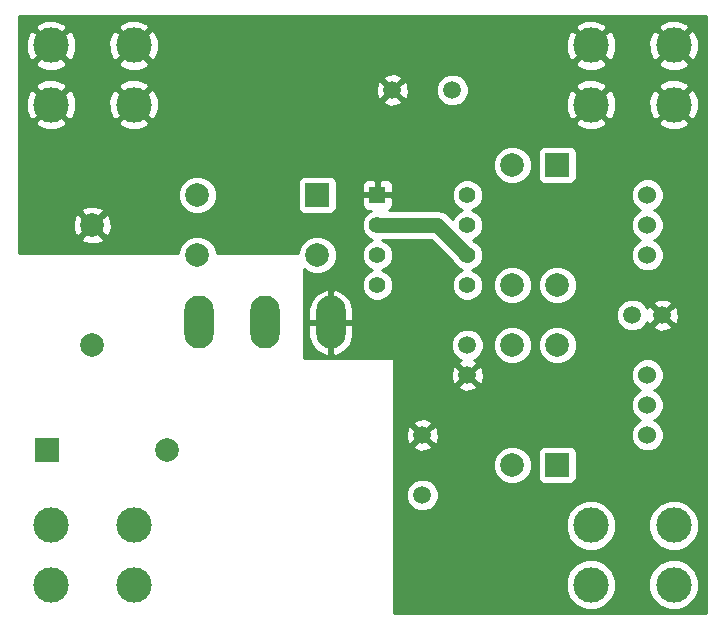
<source format=gbr>
G04 #@! TF.FileFunction,Copper,L2,Bot,Signal*
%FSLAX46Y46*%
G04 Gerber Fmt 4.6, Leading zero omitted, Abs format (unit mm)*
G04 Created by KiCad (PCBNEW 0.201502181246+5430~21~ubuntu14.04.1-product) date Sat 28 Feb 2015 06:36:47 PM PST*
%MOMM*%
G01*
G04 APERTURE LIST*
%ADD10C,0.100000*%
%ADD11C,1.501140*%
%ADD12C,1.998980*%
%ADD13R,1.998980X1.998980*%
%ADD14R,1.397000X1.397000*%
%ADD15C,1.397000*%
%ADD16C,3.000000*%
%ADD17C,1.524000*%
%ADD18O,2.499360X4.500880*%
%ADD19C,1.270000*%
%ADD20C,0.254000*%
G04 APERTURE END LIST*
D10*
D11*
X113030000Y-59690000D03*
X118110000Y-59690000D03*
X133350000Y-78740000D03*
X135890000Y-78740000D03*
X115570000Y-88900000D03*
X115570000Y-93980000D03*
X119380000Y-81280000D03*
X119380000Y-83820000D03*
D12*
X127000000Y-76200000D03*
D13*
X127000000Y-66040000D03*
D12*
X127000000Y-81280000D03*
D13*
X127000000Y-91440000D03*
D12*
X96520000Y-68580000D03*
D13*
X106680000Y-68580000D03*
D12*
X93980000Y-90170000D03*
D13*
X83820000Y-90170000D03*
D12*
X123190000Y-66040000D03*
X123190000Y-76200000D03*
X123190000Y-81280000D03*
X123190000Y-91440000D03*
X96520000Y-73660000D03*
X106680000Y-73660000D03*
D14*
X111760000Y-68580000D03*
D15*
X111760000Y-71120000D03*
X111760000Y-73660000D03*
X111760000Y-76200000D03*
X119380000Y-76200000D03*
X119380000Y-73660000D03*
X119380000Y-71120000D03*
X119380000Y-68580000D03*
D12*
X87630000Y-81280000D03*
X87630000Y-71120000D03*
D16*
X136855000Y-96560000D03*
X136855000Y-101560000D03*
X129845000Y-101560000D03*
X129845000Y-96560000D03*
X136855000Y-55920000D03*
X136855000Y-60920000D03*
X129845000Y-60920000D03*
X129845000Y-55920000D03*
X91135000Y-96560000D03*
X91135000Y-101560000D03*
X84125000Y-101560000D03*
X84125000Y-96560000D03*
X91135000Y-55920000D03*
X91135000Y-60920000D03*
X84125000Y-60920000D03*
X84125000Y-55920000D03*
D17*
X134620000Y-73660000D03*
X134620000Y-71120000D03*
X134620000Y-68580000D03*
X134620000Y-88900000D03*
X134620000Y-86360000D03*
X134620000Y-83820000D03*
D18*
X102235000Y-79375000D03*
X96647000Y-79375000D03*
X107823000Y-79375000D03*
D19*
X116840000Y-71120000D02*
X119380000Y-73660000D01*
X111760000Y-71120000D02*
X116840000Y-71120000D01*
D20*
G36*
X139573000Y-104013000D02*
X138997723Y-104013000D01*
X138997723Y-61303813D01*
X138997723Y-56303813D01*
X138981497Y-55454613D01*
X138687739Y-54745418D01*
X138368970Y-54585635D01*
X138189365Y-54765240D01*
X138189365Y-54406030D01*
X138029582Y-54087261D01*
X137238813Y-53777277D01*
X136389613Y-53793503D01*
X135680418Y-54087261D01*
X135520635Y-54406030D01*
X136855000Y-55740395D01*
X138189365Y-54406030D01*
X138189365Y-54765240D01*
X137034605Y-55920000D01*
X138368970Y-57254365D01*
X138687739Y-57094582D01*
X138997723Y-56303813D01*
X138997723Y-61303813D01*
X138981497Y-60454613D01*
X138687739Y-59745418D01*
X138368970Y-59585635D01*
X138189365Y-59765240D01*
X138189365Y-59406030D01*
X138189365Y-57433970D01*
X136855000Y-56099605D01*
X136675395Y-56279210D01*
X136675395Y-55920000D01*
X135341030Y-54585635D01*
X135022261Y-54745418D01*
X134712277Y-55536187D01*
X134728503Y-56385387D01*
X135022261Y-57094582D01*
X135341030Y-57254365D01*
X136675395Y-55920000D01*
X136675395Y-56279210D01*
X135520635Y-57433970D01*
X135680418Y-57752739D01*
X136471187Y-58062723D01*
X137320387Y-58046497D01*
X138029582Y-57752739D01*
X138189365Y-57433970D01*
X138189365Y-59406030D01*
X138029582Y-59087261D01*
X137238813Y-58777277D01*
X136389613Y-58793503D01*
X135680418Y-59087261D01*
X135520635Y-59406030D01*
X136855000Y-60740395D01*
X138189365Y-59406030D01*
X138189365Y-59765240D01*
X137034605Y-60920000D01*
X138368970Y-62254365D01*
X138687739Y-62094582D01*
X138997723Y-61303813D01*
X138997723Y-104013000D01*
X138990370Y-104013000D01*
X138990370Y-101137185D01*
X138990370Y-96137185D01*
X138666020Y-95352200D01*
X138189365Y-94874712D01*
X138189365Y-62433970D01*
X136855000Y-61099605D01*
X136675395Y-61279210D01*
X136675395Y-60920000D01*
X135341030Y-59585635D01*
X135022261Y-59745418D01*
X134712277Y-60536187D01*
X134728503Y-61385387D01*
X135022261Y-62094582D01*
X135341030Y-62254365D01*
X136675395Y-60920000D01*
X136675395Y-61279210D01*
X135520635Y-62433970D01*
X135680418Y-62752739D01*
X136471187Y-63062723D01*
X137320387Y-63046497D01*
X138029582Y-62752739D01*
X138189365Y-62433970D01*
X138189365Y-94874712D01*
X138065959Y-94751091D01*
X137287767Y-94427957D01*
X137287767Y-78944966D01*
X137259805Y-78394462D01*
X137102931Y-78015735D01*
X136861930Y-77947675D01*
X136682325Y-78127280D01*
X136682325Y-77768070D01*
X136614265Y-77527069D01*
X136094966Y-77342233D01*
X136017242Y-77346180D01*
X136017242Y-73383339D01*
X135805010Y-72869697D01*
X135412370Y-72476371D01*
X135204487Y-72390050D01*
X135410303Y-72305010D01*
X135803629Y-71912370D01*
X136016757Y-71399100D01*
X136017242Y-70843339D01*
X135805010Y-70329697D01*
X135412370Y-69936371D01*
X135204487Y-69850050D01*
X135410303Y-69765010D01*
X135803629Y-69372370D01*
X136016757Y-68859100D01*
X136017242Y-68303339D01*
X135805010Y-67789697D01*
X135412370Y-67396371D01*
X134899100Y-67183243D01*
X134343339Y-67182758D01*
X133829697Y-67394990D01*
X133436371Y-67787630D01*
X133223243Y-68300900D01*
X133222758Y-68856661D01*
X133434990Y-69370303D01*
X133827630Y-69763629D01*
X134035512Y-69849949D01*
X133829697Y-69934990D01*
X133436371Y-70327630D01*
X133223243Y-70840900D01*
X133222758Y-71396661D01*
X133434990Y-71910303D01*
X133827630Y-72303629D01*
X134035512Y-72389949D01*
X133829697Y-72474990D01*
X133436371Y-72867630D01*
X133223243Y-73380900D01*
X133222758Y-73936661D01*
X133434990Y-74450303D01*
X133827630Y-74843629D01*
X134340900Y-75056757D01*
X134896661Y-75057242D01*
X135410303Y-74845010D01*
X135803629Y-74452370D01*
X136016757Y-73939100D01*
X136017242Y-73383339D01*
X136017242Y-77346180D01*
X135544462Y-77370195D01*
X135165735Y-77527069D01*
X135097675Y-77768070D01*
X135890000Y-78560395D01*
X136682325Y-77768070D01*
X136682325Y-78127280D01*
X136069605Y-78740000D01*
X136861930Y-79532325D01*
X137102931Y-79464265D01*
X137287767Y-78944966D01*
X137287767Y-94427957D01*
X137281541Y-94425372D01*
X136682325Y-94424848D01*
X136682325Y-79711930D01*
X135890000Y-78919605D01*
X135710395Y-79099210D01*
X135710395Y-78740000D01*
X134918070Y-77947675D01*
X134677069Y-78015735D01*
X134618231Y-78181040D01*
X134525314Y-77956163D01*
X134135887Y-77566056D01*
X133626816Y-77354671D01*
X133075602Y-77354190D01*
X132566163Y-77564686D01*
X132176056Y-77954113D01*
X131987723Y-78407668D01*
X131987723Y-61303813D01*
X131987723Y-56303813D01*
X131971497Y-55454613D01*
X131677739Y-54745418D01*
X131358970Y-54585635D01*
X131179365Y-54765240D01*
X131179365Y-54406030D01*
X131019582Y-54087261D01*
X130228813Y-53777277D01*
X129379613Y-53793503D01*
X128670418Y-54087261D01*
X128510635Y-54406030D01*
X129845000Y-55740395D01*
X131179365Y-54406030D01*
X131179365Y-54765240D01*
X130024605Y-55920000D01*
X131358970Y-57254365D01*
X131677739Y-57094582D01*
X131987723Y-56303813D01*
X131987723Y-61303813D01*
X131971497Y-60454613D01*
X131677739Y-59745418D01*
X131358970Y-59585635D01*
X131179365Y-59765240D01*
X131179365Y-59406030D01*
X131179365Y-57433970D01*
X129845000Y-56099605D01*
X129665395Y-56279210D01*
X129665395Y-55920000D01*
X128331030Y-54585635D01*
X128012261Y-54745418D01*
X127702277Y-55536187D01*
X127718503Y-56385387D01*
X128012261Y-57094582D01*
X128331030Y-57254365D01*
X129665395Y-55920000D01*
X129665395Y-56279210D01*
X128510635Y-57433970D01*
X128670418Y-57752739D01*
X129461187Y-58062723D01*
X130310387Y-58046497D01*
X131019582Y-57752739D01*
X131179365Y-57433970D01*
X131179365Y-59406030D01*
X131019582Y-59087261D01*
X130228813Y-58777277D01*
X129379613Y-58793503D01*
X128670418Y-59087261D01*
X128510635Y-59406030D01*
X129845000Y-60740395D01*
X131179365Y-59406030D01*
X131179365Y-59765240D01*
X130024605Y-60920000D01*
X131358970Y-62254365D01*
X131677739Y-62094582D01*
X131987723Y-61303813D01*
X131987723Y-78407668D01*
X131964671Y-78463184D01*
X131964190Y-79014398D01*
X132174686Y-79523837D01*
X132564113Y-79913944D01*
X133073184Y-80125329D01*
X133624398Y-80125810D01*
X134133837Y-79915314D01*
X134523944Y-79525887D01*
X134613378Y-79310503D01*
X134677069Y-79464265D01*
X134918070Y-79532325D01*
X135710395Y-78740000D01*
X135710395Y-79099210D01*
X135097675Y-79711930D01*
X135165735Y-79952931D01*
X135685034Y-80137767D01*
X136235538Y-80109805D01*
X136614265Y-79952931D01*
X136682325Y-79711930D01*
X136682325Y-94424848D01*
X136432185Y-94424630D01*
X136017242Y-94596081D01*
X136017242Y-88623339D01*
X135805010Y-88109697D01*
X135412370Y-87716371D01*
X135204487Y-87630050D01*
X135410303Y-87545010D01*
X135803629Y-87152370D01*
X136016757Y-86639100D01*
X136017242Y-86083339D01*
X135805010Y-85569697D01*
X135412370Y-85176371D01*
X135204487Y-85090050D01*
X135410303Y-85005010D01*
X135803629Y-84612370D01*
X136016757Y-84099100D01*
X136017242Y-83543339D01*
X135805010Y-83029697D01*
X135412370Y-82636371D01*
X134899100Y-82423243D01*
X134343339Y-82422758D01*
X133829697Y-82634990D01*
X133436371Y-83027630D01*
X133223243Y-83540900D01*
X133222758Y-84096661D01*
X133434990Y-84610303D01*
X133827630Y-85003629D01*
X134035512Y-85089949D01*
X133829697Y-85174990D01*
X133436371Y-85567630D01*
X133223243Y-86080900D01*
X133222758Y-86636661D01*
X133434990Y-87150303D01*
X133827630Y-87543629D01*
X134035512Y-87629949D01*
X133829697Y-87714990D01*
X133436371Y-88107630D01*
X133223243Y-88620900D01*
X133222758Y-89176661D01*
X133434990Y-89690303D01*
X133827630Y-90083629D01*
X134340900Y-90296757D01*
X134896661Y-90297242D01*
X135410303Y-90085010D01*
X135803629Y-89692370D01*
X136016757Y-89179100D01*
X136017242Y-88623339D01*
X136017242Y-94596081D01*
X135647200Y-94748980D01*
X135046091Y-95349041D01*
X134720372Y-96133459D01*
X134719630Y-96982815D01*
X135043980Y-97767800D01*
X135644041Y-98368909D01*
X136428459Y-98694628D01*
X137277815Y-98695370D01*
X138062800Y-98371020D01*
X138663909Y-97770959D01*
X138989628Y-96986541D01*
X138990370Y-96137185D01*
X138990370Y-101137185D01*
X138666020Y-100352200D01*
X138065959Y-99751091D01*
X137281541Y-99425372D01*
X136432185Y-99424630D01*
X135647200Y-99748980D01*
X135046091Y-100349041D01*
X134720372Y-101133459D01*
X134719630Y-101982815D01*
X135043980Y-102767800D01*
X135644041Y-103368909D01*
X136428459Y-103694628D01*
X137277815Y-103695370D01*
X138062800Y-103371020D01*
X138663909Y-102770959D01*
X138989628Y-101986541D01*
X138990370Y-101137185D01*
X138990370Y-104013000D01*
X131980370Y-104013000D01*
X131980370Y-101137185D01*
X131980370Y-96137185D01*
X131656020Y-95352200D01*
X131179365Y-94874712D01*
X131179365Y-62433970D01*
X129845000Y-61099605D01*
X129665395Y-61279210D01*
X129665395Y-60920000D01*
X128331030Y-59585635D01*
X128012261Y-59745418D01*
X127702277Y-60536187D01*
X127718503Y-61385387D01*
X128012261Y-62094582D01*
X128331030Y-62254365D01*
X129665395Y-60920000D01*
X129665395Y-61279210D01*
X128510635Y-62433970D01*
X128670418Y-62752739D01*
X129461187Y-63062723D01*
X130310387Y-63046497D01*
X131019582Y-62752739D01*
X131179365Y-62433970D01*
X131179365Y-94874712D01*
X131055959Y-94751091D01*
X130271541Y-94425372D01*
X129422185Y-94424630D01*
X128646930Y-94744959D01*
X128646930Y-92439490D01*
X128646930Y-90440510D01*
X128646930Y-67039490D01*
X128646930Y-65040510D01*
X128599953Y-64798387D01*
X128460163Y-64585583D01*
X128249130Y-64443133D01*
X127999490Y-64393070D01*
X126000510Y-64393070D01*
X125758387Y-64440047D01*
X125545583Y-64579837D01*
X125403133Y-64790870D01*
X125353070Y-65040510D01*
X125353070Y-67039490D01*
X125400047Y-67281613D01*
X125539837Y-67494417D01*
X125750870Y-67636867D01*
X126000510Y-67686930D01*
X127999490Y-67686930D01*
X128241613Y-67639953D01*
X128454417Y-67500163D01*
X128596867Y-67289130D01*
X128646930Y-67039490D01*
X128646930Y-90440510D01*
X128634774Y-90377857D01*
X128634774Y-80956306D01*
X128634774Y-75876306D01*
X128386462Y-75275345D01*
X127927073Y-74815154D01*
X127326547Y-74565794D01*
X126676306Y-74565226D01*
X126075345Y-74813538D01*
X125615154Y-75272927D01*
X125365794Y-75873453D01*
X125365226Y-76523694D01*
X125613538Y-77124655D01*
X126072927Y-77584846D01*
X126673453Y-77834206D01*
X127323694Y-77834774D01*
X127924655Y-77586462D01*
X128384846Y-77127073D01*
X128634206Y-76526547D01*
X128634774Y-75876306D01*
X128634774Y-80956306D01*
X128386462Y-80355345D01*
X127927073Y-79895154D01*
X127326547Y-79645794D01*
X126676306Y-79645226D01*
X126075345Y-79893538D01*
X125615154Y-80352927D01*
X125365794Y-80953453D01*
X125365226Y-81603694D01*
X125613538Y-82204655D01*
X126072927Y-82664846D01*
X126673453Y-82914206D01*
X127323694Y-82914774D01*
X127924655Y-82666462D01*
X128384846Y-82207073D01*
X128634206Y-81606547D01*
X128634774Y-80956306D01*
X128634774Y-90377857D01*
X128599953Y-90198387D01*
X128460163Y-89985583D01*
X128249130Y-89843133D01*
X127999490Y-89793070D01*
X126000510Y-89793070D01*
X125758387Y-89840047D01*
X125545583Y-89979837D01*
X125403133Y-90190870D01*
X125353070Y-90440510D01*
X125353070Y-92439490D01*
X125400047Y-92681613D01*
X125539837Y-92894417D01*
X125750870Y-93036867D01*
X126000510Y-93086930D01*
X127999490Y-93086930D01*
X128241613Y-93039953D01*
X128454417Y-92900163D01*
X128596867Y-92689130D01*
X128646930Y-92439490D01*
X128646930Y-94744959D01*
X128637200Y-94748980D01*
X128036091Y-95349041D01*
X127710372Y-96133459D01*
X127709630Y-96982815D01*
X128033980Y-97767800D01*
X128634041Y-98368909D01*
X129418459Y-98694628D01*
X130267815Y-98695370D01*
X131052800Y-98371020D01*
X131653909Y-97770959D01*
X131979628Y-96986541D01*
X131980370Y-96137185D01*
X131980370Y-101137185D01*
X131656020Y-100352200D01*
X131055959Y-99751091D01*
X130271541Y-99425372D01*
X129422185Y-99424630D01*
X128637200Y-99748980D01*
X128036091Y-100349041D01*
X127710372Y-101133459D01*
X127709630Y-101982815D01*
X128033980Y-102767800D01*
X128634041Y-103368909D01*
X129418459Y-103694628D01*
X130267815Y-103695370D01*
X131052800Y-103371020D01*
X131653909Y-102770959D01*
X131979628Y-101986541D01*
X131980370Y-101137185D01*
X131980370Y-104013000D01*
X124824774Y-104013000D01*
X124824774Y-91116306D01*
X124824774Y-80956306D01*
X124824774Y-75876306D01*
X124824774Y-65716306D01*
X124576462Y-65115345D01*
X124117073Y-64655154D01*
X123516547Y-64405794D01*
X122866306Y-64405226D01*
X122265345Y-64653538D01*
X121805154Y-65112927D01*
X121555794Y-65713453D01*
X121555226Y-66363694D01*
X121803538Y-66964655D01*
X122262927Y-67424846D01*
X122863453Y-67674206D01*
X123513694Y-67674774D01*
X124114655Y-67426462D01*
X124574846Y-66967073D01*
X124824206Y-66366547D01*
X124824774Y-65716306D01*
X124824774Y-75876306D01*
X124576462Y-75275345D01*
X124117073Y-74815154D01*
X123516547Y-74565794D01*
X122866306Y-74565226D01*
X122265345Y-74813538D01*
X121805154Y-75272927D01*
X121555794Y-75873453D01*
X121555226Y-76523694D01*
X121803538Y-77124655D01*
X122262927Y-77584846D01*
X122863453Y-77834206D01*
X123513694Y-77834774D01*
X124114655Y-77586462D01*
X124574846Y-77127073D01*
X124824206Y-76526547D01*
X124824774Y-75876306D01*
X124824774Y-80956306D01*
X124576462Y-80355345D01*
X124117073Y-79895154D01*
X123516547Y-79645794D01*
X122866306Y-79645226D01*
X122265345Y-79893538D01*
X121805154Y-80352927D01*
X121555794Y-80953453D01*
X121555226Y-81603694D01*
X121803538Y-82204655D01*
X122262927Y-82664846D01*
X122863453Y-82914206D01*
X123513694Y-82914774D01*
X124114655Y-82666462D01*
X124574846Y-82207073D01*
X124824206Y-81606547D01*
X124824774Y-80956306D01*
X124824774Y-91116306D01*
X124576462Y-90515345D01*
X124117073Y-90055154D01*
X123516547Y-89805794D01*
X122866306Y-89805226D01*
X122265345Y-90053538D01*
X121805154Y-90512927D01*
X121555794Y-91113453D01*
X121555226Y-91763694D01*
X121803538Y-92364655D01*
X122262927Y-92824846D01*
X122863453Y-93074206D01*
X123513694Y-93074774D01*
X124114655Y-92826462D01*
X124574846Y-92367073D01*
X124824206Y-91766547D01*
X124824774Y-91116306D01*
X124824774Y-104013000D01*
X120777767Y-104013000D01*
X120777767Y-84024966D01*
X120765810Y-83789561D01*
X120765810Y-81005602D01*
X120713731Y-80879561D01*
X120713731Y-75935914D01*
X120511146Y-75445620D01*
X120136353Y-75070173D01*
X119798553Y-74929906D01*
X120134380Y-74791146D01*
X120509827Y-74416353D01*
X120713268Y-73926413D01*
X120713731Y-73395914D01*
X120511146Y-72905620D01*
X120136353Y-72530173D01*
X119982224Y-72466173D01*
X119874554Y-72358503D01*
X120134380Y-72251146D01*
X120509827Y-71876353D01*
X120713268Y-71386413D01*
X120713731Y-70855914D01*
X120511146Y-70365620D01*
X120136353Y-69990173D01*
X119798553Y-69849906D01*
X120134380Y-69711146D01*
X120509827Y-69336353D01*
X120713268Y-68846413D01*
X120713731Y-68315914D01*
X120511146Y-67825620D01*
X120136353Y-67450173D01*
X119646413Y-67246732D01*
X119495810Y-67246600D01*
X119495810Y-59415602D01*
X119285314Y-58906163D01*
X118895887Y-58516056D01*
X118386816Y-58304671D01*
X117835602Y-58304190D01*
X117326163Y-58514686D01*
X116936056Y-58904113D01*
X116724671Y-59413184D01*
X116724190Y-59964398D01*
X116934686Y-60473837D01*
X117324113Y-60863944D01*
X117833184Y-61075329D01*
X118384398Y-61075810D01*
X118893837Y-60865314D01*
X119283944Y-60475887D01*
X119495329Y-59966816D01*
X119495810Y-59415602D01*
X119495810Y-67246600D01*
X119115914Y-67246269D01*
X118625620Y-67448854D01*
X118250173Y-67823647D01*
X118046732Y-68313587D01*
X118046269Y-68844086D01*
X118248854Y-69334380D01*
X118623647Y-69709827D01*
X118961446Y-69850093D01*
X118625620Y-69988854D01*
X118250173Y-70363647D01*
X118141474Y-70625422D01*
X117738026Y-70221974D01*
X117326008Y-69946673D01*
X116840000Y-69849999D01*
X116839994Y-69850000D01*
X114427767Y-69850000D01*
X114427767Y-59894966D01*
X114399805Y-59344462D01*
X114242931Y-58965735D01*
X114001930Y-58897675D01*
X113822325Y-59077280D01*
X113822325Y-58718070D01*
X113754265Y-58477069D01*
X113234966Y-58292233D01*
X112684462Y-58320195D01*
X112305735Y-58477069D01*
X112237675Y-58718070D01*
X113030000Y-59510395D01*
X113822325Y-58718070D01*
X113822325Y-59077280D01*
X113209605Y-59690000D01*
X114001930Y-60482325D01*
X114242931Y-60414265D01*
X114427767Y-59894966D01*
X114427767Y-69850000D01*
X113822325Y-69850000D01*
X113822325Y-60661930D01*
X113030000Y-59869605D01*
X112850395Y-60049210D01*
X112850395Y-59690000D01*
X112058070Y-58897675D01*
X111817069Y-58965735D01*
X111632233Y-59485034D01*
X111660195Y-60035538D01*
X111817069Y-60414265D01*
X112058070Y-60482325D01*
X112850395Y-59690000D01*
X112850395Y-60049210D01*
X112237675Y-60661930D01*
X112305735Y-60902931D01*
X112825034Y-61087767D01*
X113375538Y-61059805D01*
X113754265Y-60902931D01*
X113822325Y-60661930D01*
X113822325Y-69850000D01*
X112738112Y-69850000D01*
X112818199Y-69816827D01*
X112996827Y-69638198D01*
X113093500Y-69404809D01*
X113093500Y-68865750D01*
X113093500Y-68294250D01*
X113093500Y-67755191D01*
X112996827Y-67521802D01*
X112818199Y-67343173D01*
X112584810Y-67246500D01*
X112332191Y-67246500D01*
X112045750Y-67246500D01*
X111887000Y-67405250D01*
X111887000Y-68453000D01*
X112934750Y-68453000D01*
X113093500Y-68294250D01*
X113093500Y-68865750D01*
X112934750Y-68707000D01*
X111887000Y-68707000D01*
X111887000Y-68727000D01*
X111633000Y-68727000D01*
X111633000Y-68707000D01*
X111633000Y-68453000D01*
X111633000Y-67405250D01*
X111474250Y-67246500D01*
X111187809Y-67246500D01*
X110935190Y-67246500D01*
X110701801Y-67343173D01*
X110523173Y-67521802D01*
X110426500Y-67755191D01*
X110426500Y-68294250D01*
X110585250Y-68453000D01*
X111633000Y-68453000D01*
X111633000Y-68707000D01*
X110585250Y-68707000D01*
X110426500Y-68865750D01*
X110426500Y-69404809D01*
X110523173Y-69638198D01*
X110701801Y-69816827D01*
X110935190Y-69913500D01*
X111187809Y-69913500D01*
X111187990Y-69913500D01*
X111005620Y-69988854D01*
X110630173Y-70363647D01*
X110426732Y-70853587D01*
X110426269Y-71384086D01*
X110628854Y-71874380D01*
X111003647Y-72249827D01*
X111341446Y-72390093D01*
X111005620Y-72528854D01*
X110630173Y-72903647D01*
X110426732Y-73393587D01*
X110426269Y-73924086D01*
X110628854Y-74414380D01*
X111003647Y-74789827D01*
X111341446Y-74930093D01*
X111005620Y-75068854D01*
X110630173Y-75443647D01*
X110426732Y-75933587D01*
X110426269Y-76464086D01*
X110628854Y-76954380D01*
X111003647Y-77329827D01*
X111493587Y-77533268D01*
X112024086Y-77533731D01*
X112514380Y-77331146D01*
X112889827Y-76956353D01*
X113093268Y-76466413D01*
X113093731Y-75935914D01*
X112891146Y-75445620D01*
X112516353Y-75070173D01*
X112178553Y-74929906D01*
X112514380Y-74791146D01*
X112889827Y-74416353D01*
X113093268Y-73926413D01*
X113093731Y-73395914D01*
X112891146Y-72905620D01*
X112516353Y-72530173D01*
X112178779Y-72390000D01*
X116313948Y-72390000D01*
X118185851Y-74261903D01*
X118248854Y-74414380D01*
X118623647Y-74789827D01*
X118961446Y-74930093D01*
X118625620Y-75068854D01*
X118250173Y-75443647D01*
X118046732Y-75933587D01*
X118046269Y-76464086D01*
X118248854Y-76954380D01*
X118623647Y-77329827D01*
X119113587Y-77533268D01*
X119644086Y-77533731D01*
X120134380Y-77331146D01*
X120509827Y-76956353D01*
X120713268Y-76466413D01*
X120713731Y-75935914D01*
X120713731Y-80879561D01*
X120555314Y-80496163D01*
X120165887Y-80106056D01*
X119656816Y-79894671D01*
X119105602Y-79894190D01*
X118596163Y-80104686D01*
X118206056Y-80494113D01*
X117994671Y-81003184D01*
X117994190Y-81554398D01*
X118204686Y-82063837D01*
X118594113Y-82453944D01*
X118809496Y-82543378D01*
X118655735Y-82607069D01*
X118587675Y-82848070D01*
X119380000Y-83640395D01*
X120172325Y-82848070D01*
X120104265Y-82607069D01*
X119938959Y-82548231D01*
X120163837Y-82455314D01*
X120553944Y-82065887D01*
X120765329Y-81556816D01*
X120765810Y-81005602D01*
X120765810Y-83789561D01*
X120749805Y-83474462D01*
X120592931Y-83095735D01*
X120351930Y-83027675D01*
X119559605Y-83820000D01*
X120351930Y-84612325D01*
X120592931Y-84544265D01*
X120777767Y-84024966D01*
X120777767Y-104013000D01*
X120172325Y-104013000D01*
X120172325Y-84791930D01*
X119380000Y-83999605D01*
X119200395Y-84179210D01*
X119200395Y-83820000D01*
X118408070Y-83027675D01*
X118167069Y-83095735D01*
X117982233Y-83615034D01*
X118010195Y-84165538D01*
X118167069Y-84544265D01*
X118408070Y-84612325D01*
X119200395Y-83820000D01*
X119200395Y-84179210D01*
X118587675Y-84791930D01*
X118655735Y-85032931D01*
X119175034Y-85217767D01*
X119725538Y-85189805D01*
X120104265Y-85032931D01*
X120172325Y-84791930D01*
X120172325Y-104013000D01*
X116967767Y-104013000D01*
X116967767Y-89104966D01*
X116939805Y-88554462D01*
X116782931Y-88175735D01*
X116541930Y-88107675D01*
X116362325Y-88287280D01*
X116362325Y-87928070D01*
X116294265Y-87687069D01*
X115774966Y-87502233D01*
X115224462Y-87530195D01*
X114845735Y-87687069D01*
X114777675Y-87928070D01*
X115570000Y-88720395D01*
X116362325Y-87928070D01*
X116362325Y-88287280D01*
X115749605Y-88900000D01*
X116541930Y-89692325D01*
X116782931Y-89624265D01*
X116967767Y-89104966D01*
X116967767Y-104013000D01*
X116955810Y-104013000D01*
X116955810Y-93705602D01*
X116745314Y-93196163D01*
X116362325Y-92812505D01*
X116362325Y-89871930D01*
X115570000Y-89079605D01*
X115390395Y-89259210D01*
X115390395Y-88900000D01*
X114598070Y-88107675D01*
X114357069Y-88175735D01*
X114172233Y-88695034D01*
X114200195Y-89245538D01*
X114357069Y-89624265D01*
X114598070Y-89692325D01*
X115390395Y-88900000D01*
X115390395Y-89259210D01*
X114777675Y-89871930D01*
X114845735Y-90112931D01*
X115365034Y-90297767D01*
X115915538Y-90269805D01*
X116294265Y-90112931D01*
X116362325Y-89871930D01*
X116362325Y-92812505D01*
X116355887Y-92806056D01*
X115846816Y-92594671D01*
X115295602Y-92594190D01*
X114786163Y-92804686D01*
X114396056Y-93194113D01*
X114184671Y-93703184D01*
X114184190Y-94254398D01*
X114394686Y-94763837D01*
X114784113Y-95153944D01*
X115293184Y-95365329D01*
X115844398Y-95365810D01*
X116353837Y-95155314D01*
X116743944Y-94765887D01*
X116955329Y-94256816D01*
X116955810Y-93705602D01*
X116955810Y-104013000D01*
X113157000Y-104013000D01*
X113157000Y-82423000D01*
X109707680Y-82423000D01*
X109707680Y-80502760D01*
X109707680Y-79502000D01*
X109707680Y-79248000D01*
X109707680Y-78247240D01*
X109515616Y-77535671D01*
X109065867Y-76951767D01*
X108426903Y-76584422D01*
X108326930Y-76558624D01*
X108326930Y-69579490D01*
X108326930Y-67580510D01*
X108279953Y-67338387D01*
X108140163Y-67125583D01*
X107929130Y-66983133D01*
X107679490Y-66933070D01*
X105680510Y-66933070D01*
X105438387Y-66980047D01*
X105225583Y-67119837D01*
X105083133Y-67330870D01*
X105033070Y-67580510D01*
X105033070Y-69579490D01*
X105080047Y-69821613D01*
X105219837Y-70034417D01*
X105430870Y-70176867D01*
X105680510Y-70226930D01*
X107679490Y-70226930D01*
X107921613Y-70179953D01*
X108134417Y-70040163D01*
X108276867Y-69829130D01*
X108326930Y-69579490D01*
X108326930Y-76558624D01*
X108242595Y-76536862D01*
X107950000Y-76652989D01*
X107950000Y-79248000D01*
X109707680Y-79248000D01*
X109707680Y-79502000D01*
X107950000Y-79502000D01*
X107950000Y-82097011D01*
X108242595Y-82213138D01*
X108426903Y-82165578D01*
X109065867Y-81798233D01*
X109515616Y-81214329D01*
X109707680Y-80502760D01*
X109707680Y-82423000D01*
X107696000Y-82423000D01*
X107696000Y-82097011D01*
X107696000Y-79502000D01*
X107696000Y-79248000D01*
X107696000Y-76652989D01*
X107403405Y-76536862D01*
X107219097Y-76584422D01*
X106580133Y-76951767D01*
X106130384Y-77535671D01*
X105938320Y-78247240D01*
X105938320Y-79248000D01*
X107696000Y-79248000D01*
X107696000Y-79502000D01*
X105938320Y-79502000D01*
X105938320Y-80502760D01*
X106130384Y-81214329D01*
X106580133Y-81798233D01*
X107219097Y-82165578D01*
X107403405Y-82213138D01*
X107696000Y-82097011D01*
X107696000Y-82423000D01*
X105537000Y-82423000D01*
X105537000Y-74828542D01*
X105752927Y-75044846D01*
X106353453Y-75294206D01*
X107003694Y-75294774D01*
X107604655Y-75046462D01*
X108064846Y-74587073D01*
X108314206Y-73986547D01*
X108314774Y-73336306D01*
X108066462Y-72735345D01*
X107607073Y-72275154D01*
X107006547Y-72025794D01*
X106356306Y-72025226D01*
X105755345Y-72273538D01*
X105295154Y-72732927D01*
X105045794Y-73333453D01*
X105045619Y-73533000D01*
X98154602Y-73533000D01*
X98154774Y-73336306D01*
X98154774Y-68256306D01*
X97906462Y-67655345D01*
X97447073Y-67195154D01*
X96846547Y-66945794D01*
X96196306Y-66945226D01*
X95595345Y-67193538D01*
X95135154Y-67652927D01*
X94885794Y-68253453D01*
X94885226Y-68903694D01*
X95133538Y-69504655D01*
X95592927Y-69964846D01*
X96193453Y-70214206D01*
X96843694Y-70214774D01*
X97444655Y-69966462D01*
X97904846Y-69507073D01*
X98154206Y-68906547D01*
X98154774Y-68256306D01*
X98154774Y-73336306D01*
X97906462Y-72735345D01*
X97447073Y-72275154D01*
X96846547Y-72025794D01*
X96196306Y-72025226D01*
X95595345Y-72273538D01*
X95135154Y-72732927D01*
X94885794Y-73333453D01*
X94885619Y-73533000D01*
X93277723Y-73533000D01*
X93277723Y-61303813D01*
X93277723Y-56303813D01*
X93261497Y-55454613D01*
X92967739Y-54745418D01*
X92648970Y-54585635D01*
X92469365Y-54765240D01*
X92469365Y-54406030D01*
X92309582Y-54087261D01*
X91518813Y-53777277D01*
X90669613Y-53793503D01*
X89960418Y-54087261D01*
X89800635Y-54406030D01*
X91135000Y-55740395D01*
X92469365Y-54406030D01*
X92469365Y-54765240D01*
X91314605Y-55920000D01*
X92648970Y-57254365D01*
X92967739Y-57094582D01*
X93277723Y-56303813D01*
X93277723Y-61303813D01*
X93261497Y-60454613D01*
X92967739Y-59745418D01*
X92648970Y-59585635D01*
X92469365Y-59765240D01*
X92469365Y-59406030D01*
X92469365Y-57433970D01*
X91135000Y-56099605D01*
X90955395Y-56279210D01*
X90955395Y-55920000D01*
X89621030Y-54585635D01*
X89302261Y-54745418D01*
X88992277Y-55536187D01*
X89008503Y-56385387D01*
X89302261Y-57094582D01*
X89621030Y-57254365D01*
X90955395Y-55920000D01*
X90955395Y-56279210D01*
X89800635Y-57433970D01*
X89960418Y-57752739D01*
X90751187Y-58062723D01*
X91600387Y-58046497D01*
X92309582Y-57752739D01*
X92469365Y-57433970D01*
X92469365Y-59406030D01*
X92309582Y-59087261D01*
X91518813Y-58777277D01*
X90669613Y-58793503D01*
X89960418Y-59087261D01*
X89800635Y-59406030D01*
X91135000Y-60740395D01*
X92469365Y-59406030D01*
X92469365Y-59765240D01*
X91314605Y-60920000D01*
X92648970Y-62254365D01*
X92967739Y-62094582D01*
X93277723Y-61303813D01*
X93277723Y-73533000D01*
X92469365Y-73533000D01*
X92469365Y-62433970D01*
X91135000Y-61099605D01*
X90955395Y-61279210D01*
X90955395Y-60920000D01*
X89621030Y-59585635D01*
X89302261Y-59745418D01*
X88992277Y-60536187D01*
X89008503Y-61385387D01*
X89302261Y-62094582D01*
X89621030Y-62254365D01*
X90955395Y-60920000D01*
X90955395Y-61279210D01*
X89800635Y-62433970D01*
X89960418Y-62752739D01*
X90751187Y-63062723D01*
X91600387Y-63046497D01*
X92309582Y-62752739D01*
X92469365Y-62433970D01*
X92469365Y-73533000D01*
X89275401Y-73533000D01*
X89275401Y-71384418D01*
X89251341Y-70734623D01*
X89048965Y-70246042D01*
X88782163Y-70147443D01*
X88602557Y-70327048D01*
X88602557Y-69967837D01*
X88503958Y-69701035D01*
X87894418Y-69474599D01*
X87244623Y-69498659D01*
X86756042Y-69701035D01*
X86657443Y-69967837D01*
X87630000Y-70940395D01*
X88602557Y-69967837D01*
X88602557Y-70327048D01*
X87809605Y-71120000D01*
X88782163Y-72092557D01*
X89048965Y-71993958D01*
X89275401Y-71384418D01*
X89275401Y-73533000D01*
X88602557Y-73533000D01*
X88602557Y-72272163D01*
X87630000Y-71299605D01*
X87450395Y-71479210D01*
X87450395Y-71120000D01*
X86477837Y-70147443D01*
X86267723Y-70225092D01*
X86267723Y-61303813D01*
X86267723Y-56303813D01*
X86251497Y-55454613D01*
X85957739Y-54745418D01*
X85638970Y-54585635D01*
X85459365Y-54765240D01*
X85459365Y-54406030D01*
X85299582Y-54087261D01*
X84508813Y-53777277D01*
X83659613Y-53793503D01*
X82950418Y-54087261D01*
X82790635Y-54406030D01*
X84125000Y-55740395D01*
X85459365Y-54406030D01*
X85459365Y-54765240D01*
X84304605Y-55920000D01*
X85638970Y-57254365D01*
X85957739Y-57094582D01*
X86267723Y-56303813D01*
X86267723Y-61303813D01*
X86251497Y-60454613D01*
X85957739Y-59745418D01*
X85638970Y-59585635D01*
X85459365Y-59765240D01*
X85459365Y-59406030D01*
X85459365Y-57433970D01*
X84125000Y-56099605D01*
X83945395Y-56279210D01*
X83945395Y-55920000D01*
X82611030Y-54585635D01*
X82292261Y-54745418D01*
X81982277Y-55536187D01*
X81998503Y-56385387D01*
X82292261Y-57094582D01*
X82611030Y-57254365D01*
X83945395Y-55920000D01*
X83945395Y-56279210D01*
X82790635Y-57433970D01*
X82950418Y-57752739D01*
X83741187Y-58062723D01*
X84590387Y-58046497D01*
X85299582Y-57752739D01*
X85459365Y-57433970D01*
X85459365Y-59406030D01*
X85299582Y-59087261D01*
X84508813Y-58777277D01*
X83659613Y-58793503D01*
X82950418Y-59087261D01*
X82790635Y-59406030D01*
X84125000Y-60740395D01*
X85459365Y-59406030D01*
X85459365Y-59765240D01*
X84304605Y-60920000D01*
X85638970Y-62254365D01*
X85957739Y-62094582D01*
X86267723Y-61303813D01*
X86267723Y-70225092D01*
X86211035Y-70246042D01*
X85984599Y-70855582D01*
X86008659Y-71505377D01*
X86211035Y-71993958D01*
X86477837Y-72092557D01*
X87450395Y-71120000D01*
X87450395Y-71479210D01*
X86657443Y-72272163D01*
X86756042Y-72538965D01*
X87365582Y-72765401D01*
X88015377Y-72741341D01*
X88503958Y-72538965D01*
X88602557Y-72272163D01*
X88602557Y-73533000D01*
X85459365Y-73533000D01*
X85459365Y-62433970D01*
X84125000Y-61099605D01*
X83945395Y-61279210D01*
X83945395Y-60920000D01*
X82611030Y-59585635D01*
X82292261Y-59745418D01*
X81982277Y-60536187D01*
X81998503Y-61385387D01*
X82292261Y-62094582D01*
X82611030Y-62254365D01*
X83945395Y-60920000D01*
X83945395Y-61279210D01*
X82790635Y-62433970D01*
X82950418Y-62752739D01*
X83741187Y-63062723D01*
X84590387Y-63046497D01*
X85299582Y-62752739D01*
X85459365Y-62433970D01*
X85459365Y-73533000D01*
X81407000Y-73533000D01*
X81407000Y-53467000D01*
X139573000Y-53467000D01*
X139573000Y-104013000D01*
X139573000Y-104013000D01*
G37*
X139573000Y-104013000D02*
X138997723Y-104013000D01*
X138997723Y-61303813D01*
X138997723Y-56303813D01*
X138981497Y-55454613D01*
X138687739Y-54745418D01*
X138368970Y-54585635D01*
X138189365Y-54765240D01*
X138189365Y-54406030D01*
X138029582Y-54087261D01*
X137238813Y-53777277D01*
X136389613Y-53793503D01*
X135680418Y-54087261D01*
X135520635Y-54406030D01*
X136855000Y-55740395D01*
X138189365Y-54406030D01*
X138189365Y-54765240D01*
X137034605Y-55920000D01*
X138368970Y-57254365D01*
X138687739Y-57094582D01*
X138997723Y-56303813D01*
X138997723Y-61303813D01*
X138981497Y-60454613D01*
X138687739Y-59745418D01*
X138368970Y-59585635D01*
X138189365Y-59765240D01*
X138189365Y-59406030D01*
X138189365Y-57433970D01*
X136855000Y-56099605D01*
X136675395Y-56279210D01*
X136675395Y-55920000D01*
X135341030Y-54585635D01*
X135022261Y-54745418D01*
X134712277Y-55536187D01*
X134728503Y-56385387D01*
X135022261Y-57094582D01*
X135341030Y-57254365D01*
X136675395Y-55920000D01*
X136675395Y-56279210D01*
X135520635Y-57433970D01*
X135680418Y-57752739D01*
X136471187Y-58062723D01*
X137320387Y-58046497D01*
X138029582Y-57752739D01*
X138189365Y-57433970D01*
X138189365Y-59406030D01*
X138029582Y-59087261D01*
X137238813Y-58777277D01*
X136389613Y-58793503D01*
X135680418Y-59087261D01*
X135520635Y-59406030D01*
X136855000Y-60740395D01*
X138189365Y-59406030D01*
X138189365Y-59765240D01*
X137034605Y-60920000D01*
X138368970Y-62254365D01*
X138687739Y-62094582D01*
X138997723Y-61303813D01*
X138997723Y-104013000D01*
X138990370Y-104013000D01*
X138990370Y-101137185D01*
X138990370Y-96137185D01*
X138666020Y-95352200D01*
X138189365Y-94874712D01*
X138189365Y-62433970D01*
X136855000Y-61099605D01*
X136675395Y-61279210D01*
X136675395Y-60920000D01*
X135341030Y-59585635D01*
X135022261Y-59745418D01*
X134712277Y-60536187D01*
X134728503Y-61385387D01*
X135022261Y-62094582D01*
X135341030Y-62254365D01*
X136675395Y-60920000D01*
X136675395Y-61279210D01*
X135520635Y-62433970D01*
X135680418Y-62752739D01*
X136471187Y-63062723D01*
X137320387Y-63046497D01*
X138029582Y-62752739D01*
X138189365Y-62433970D01*
X138189365Y-94874712D01*
X138065959Y-94751091D01*
X137287767Y-94427957D01*
X137287767Y-78944966D01*
X137259805Y-78394462D01*
X137102931Y-78015735D01*
X136861930Y-77947675D01*
X136682325Y-78127280D01*
X136682325Y-77768070D01*
X136614265Y-77527069D01*
X136094966Y-77342233D01*
X136017242Y-77346180D01*
X136017242Y-73383339D01*
X135805010Y-72869697D01*
X135412370Y-72476371D01*
X135204487Y-72390050D01*
X135410303Y-72305010D01*
X135803629Y-71912370D01*
X136016757Y-71399100D01*
X136017242Y-70843339D01*
X135805010Y-70329697D01*
X135412370Y-69936371D01*
X135204487Y-69850050D01*
X135410303Y-69765010D01*
X135803629Y-69372370D01*
X136016757Y-68859100D01*
X136017242Y-68303339D01*
X135805010Y-67789697D01*
X135412370Y-67396371D01*
X134899100Y-67183243D01*
X134343339Y-67182758D01*
X133829697Y-67394990D01*
X133436371Y-67787630D01*
X133223243Y-68300900D01*
X133222758Y-68856661D01*
X133434990Y-69370303D01*
X133827630Y-69763629D01*
X134035512Y-69849949D01*
X133829697Y-69934990D01*
X133436371Y-70327630D01*
X133223243Y-70840900D01*
X133222758Y-71396661D01*
X133434990Y-71910303D01*
X133827630Y-72303629D01*
X134035512Y-72389949D01*
X133829697Y-72474990D01*
X133436371Y-72867630D01*
X133223243Y-73380900D01*
X133222758Y-73936661D01*
X133434990Y-74450303D01*
X133827630Y-74843629D01*
X134340900Y-75056757D01*
X134896661Y-75057242D01*
X135410303Y-74845010D01*
X135803629Y-74452370D01*
X136016757Y-73939100D01*
X136017242Y-73383339D01*
X136017242Y-77346180D01*
X135544462Y-77370195D01*
X135165735Y-77527069D01*
X135097675Y-77768070D01*
X135890000Y-78560395D01*
X136682325Y-77768070D01*
X136682325Y-78127280D01*
X136069605Y-78740000D01*
X136861930Y-79532325D01*
X137102931Y-79464265D01*
X137287767Y-78944966D01*
X137287767Y-94427957D01*
X137281541Y-94425372D01*
X136682325Y-94424848D01*
X136682325Y-79711930D01*
X135890000Y-78919605D01*
X135710395Y-79099210D01*
X135710395Y-78740000D01*
X134918070Y-77947675D01*
X134677069Y-78015735D01*
X134618231Y-78181040D01*
X134525314Y-77956163D01*
X134135887Y-77566056D01*
X133626816Y-77354671D01*
X133075602Y-77354190D01*
X132566163Y-77564686D01*
X132176056Y-77954113D01*
X131987723Y-78407668D01*
X131987723Y-61303813D01*
X131987723Y-56303813D01*
X131971497Y-55454613D01*
X131677739Y-54745418D01*
X131358970Y-54585635D01*
X131179365Y-54765240D01*
X131179365Y-54406030D01*
X131019582Y-54087261D01*
X130228813Y-53777277D01*
X129379613Y-53793503D01*
X128670418Y-54087261D01*
X128510635Y-54406030D01*
X129845000Y-55740395D01*
X131179365Y-54406030D01*
X131179365Y-54765240D01*
X130024605Y-55920000D01*
X131358970Y-57254365D01*
X131677739Y-57094582D01*
X131987723Y-56303813D01*
X131987723Y-61303813D01*
X131971497Y-60454613D01*
X131677739Y-59745418D01*
X131358970Y-59585635D01*
X131179365Y-59765240D01*
X131179365Y-59406030D01*
X131179365Y-57433970D01*
X129845000Y-56099605D01*
X129665395Y-56279210D01*
X129665395Y-55920000D01*
X128331030Y-54585635D01*
X128012261Y-54745418D01*
X127702277Y-55536187D01*
X127718503Y-56385387D01*
X128012261Y-57094582D01*
X128331030Y-57254365D01*
X129665395Y-55920000D01*
X129665395Y-56279210D01*
X128510635Y-57433970D01*
X128670418Y-57752739D01*
X129461187Y-58062723D01*
X130310387Y-58046497D01*
X131019582Y-57752739D01*
X131179365Y-57433970D01*
X131179365Y-59406030D01*
X131019582Y-59087261D01*
X130228813Y-58777277D01*
X129379613Y-58793503D01*
X128670418Y-59087261D01*
X128510635Y-59406030D01*
X129845000Y-60740395D01*
X131179365Y-59406030D01*
X131179365Y-59765240D01*
X130024605Y-60920000D01*
X131358970Y-62254365D01*
X131677739Y-62094582D01*
X131987723Y-61303813D01*
X131987723Y-78407668D01*
X131964671Y-78463184D01*
X131964190Y-79014398D01*
X132174686Y-79523837D01*
X132564113Y-79913944D01*
X133073184Y-80125329D01*
X133624398Y-80125810D01*
X134133837Y-79915314D01*
X134523944Y-79525887D01*
X134613378Y-79310503D01*
X134677069Y-79464265D01*
X134918070Y-79532325D01*
X135710395Y-78740000D01*
X135710395Y-79099210D01*
X135097675Y-79711930D01*
X135165735Y-79952931D01*
X135685034Y-80137767D01*
X136235538Y-80109805D01*
X136614265Y-79952931D01*
X136682325Y-79711930D01*
X136682325Y-94424848D01*
X136432185Y-94424630D01*
X136017242Y-94596081D01*
X136017242Y-88623339D01*
X135805010Y-88109697D01*
X135412370Y-87716371D01*
X135204487Y-87630050D01*
X135410303Y-87545010D01*
X135803629Y-87152370D01*
X136016757Y-86639100D01*
X136017242Y-86083339D01*
X135805010Y-85569697D01*
X135412370Y-85176371D01*
X135204487Y-85090050D01*
X135410303Y-85005010D01*
X135803629Y-84612370D01*
X136016757Y-84099100D01*
X136017242Y-83543339D01*
X135805010Y-83029697D01*
X135412370Y-82636371D01*
X134899100Y-82423243D01*
X134343339Y-82422758D01*
X133829697Y-82634990D01*
X133436371Y-83027630D01*
X133223243Y-83540900D01*
X133222758Y-84096661D01*
X133434990Y-84610303D01*
X133827630Y-85003629D01*
X134035512Y-85089949D01*
X133829697Y-85174990D01*
X133436371Y-85567630D01*
X133223243Y-86080900D01*
X133222758Y-86636661D01*
X133434990Y-87150303D01*
X133827630Y-87543629D01*
X134035512Y-87629949D01*
X133829697Y-87714990D01*
X133436371Y-88107630D01*
X133223243Y-88620900D01*
X133222758Y-89176661D01*
X133434990Y-89690303D01*
X133827630Y-90083629D01*
X134340900Y-90296757D01*
X134896661Y-90297242D01*
X135410303Y-90085010D01*
X135803629Y-89692370D01*
X136016757Y-89179100D01*
X136017242Y-88623339D01*
X136017242Y-94596081D01*
X135647200Y-94748980D01*
X135046091Y-95349041D01*
X134720372Y-96133459D01*
X134719630Y-96982815D01*
X135043980Y-97767800D01*
X135644041Y-98368909D01*
X136428459Y-98694628D01*
X137277815Y-98695370D01*
X138062800Y-98371020D01*
X138663909Y-97770959D01*
X138989628Y-96986541D01*
X138990370Y-96137185D01*
X138990370Y-101137185D01*
X138666020Y-100352200D01*
X138065959Y-99751091D01*
X137281541Y-99425372D01*
X136432185Y-99424630D01*
X135647200Y-99748980D01*
X135046091Y-100349041D01*
X134720372Y-101133459D01*
X134719630Y-101982815D01*
X135043980Y-102767800D01*
X135644041Y-103368909D01*
X136428459Y-103694628D01*
X137277815Y-103695370D01*
X138062800Y-103371020D01*
X138663909Y-102770959D01*
X138989628Y-101986541D01*
X138990370Y-101137185D01*
X138990370Y-104013000D01*
X131980370Y-104013000D01*
X131980370Y-101137185D01*
X131980370Y-96137185D01*
X131656020Y-95352200D01*
X131179365Y-94874712D01*
X131179365Y-62433970D01*
X129845000Y-61099605D01*
X129665395Y-61279210D01*
X129665395Y-60920000D01*
X128331030Y-59585635D01*
X128012261Y-59745418D01*
X127702277Y-60536187D01*
X127718503Y-61385387D01*
X128012261Y-62094582D01*
X128331030Y-62254365D01*
X129665395Y-60920000D01*
X129665395Y-61279210D01*
X128510635Y-62433970D01*
X128670418Y-62752739D01*
X129461187Y-63062723D01*
X130310387Y-63046497D01*
X131019582Y-62752739D01*
X131179365Y-62433970D01*
X131179365Y-94874712D01*
X131055959Y-94751091D01*
X130271541Y-94425372D01*
X129422185Y-94424630D01*
X128646930Y-94744959D01*
X128646930Y-92439490D01*
X128646930Y-90440510D01*
X128646930Y-67039490D01*
X128646930Y-65040510D01*
X128599953Y-64798387D01*
X128460163Y-64585583D01*
X128249130Y-64443133D01*
X127999490Y-64393070D01*
X126000510Y-64393070D01*
X125758387Y-64440047D01*
X125545583Y-64579837D01*
X125403133Y-64790870D01*
X125353070Y-65040510D01*
X125353070Y-67039490D01*
X125400047Y-67281613D01*
X125539837Y-67494417D01*
X125750870Y-67636867D01*
X126000510Y-67686930D01*
X127999490Y-67686930D01*
X128241613Y-67639953D01*
X128454417Y-67500163D01*
X128596867Y-67289130D01*
X128646930Y-67039490D01*
X128646930Y-90440510D01*
X128634774Y-90377857D01*
X128634774Y-80956306D01*
X128634774Y-75876306D01*
X128386462Y-75275345D01*
X127927073Y-74815154D01*
X127326547Y-74565794D01*
X126676306Y-74565226D01*
X126075345Y-74813538D01*
X125615154Y-75272927D01*
X125365794Y-75873453D01*
X125365226Y-76523694D01*
X125613538Y-77124655D01*
X126072927Y-77584846D01*
X126673453Y-77834206D01*
X127323694Y-77834774D01*
X127924655Y-77586462D01*
X128384846Y-77127073D01*
X128634206Y-76526547D01*
X128634774Y-75876306D01*
X128634774Y-80956306D01*
X128386462Y-80355345D01*
X127927073Y-79895154D01*
X127326547Y-79645794D01*
X126676306Y-79645226D01*
X126075345Y-79893538D01*
X125615154Y-80352927D01*
X125365794Y-80953453D01*
X125365226Y-81603694D01*
X125613538Y-82204655D01*
X126072927Y-82664846D01*
X126673453Y-82914206D01*
X127323694Y-82914774D01*
X127924655Y-82666462D01*
X128384846Y-82207073D01*
X128634206Y-81606547D01*
X128634774Y-80956306D01*
X128634774Y-90377857D01*
X128599953Y-90198387D01*
X128460163Y-89985583D01*
X128249130Y-89843133D01*
X127999490Y-89793070D01*
X126000510Y-89793070D01*
X125758387Y-89840047D01*
X125545583Y-89979837D01*
X125403133Y-90190870D01*
X125353070Y-90440510D01*
X125353070Y-92439490D01*
X125400047Y-92681613D01*
X125539837Y-92894417D01*
X125750870Y-93036867D01*
X126000510Y-93086930D01*
X127999490Y-93086930D01*
X128241613Y-93039953D01*
X128454417Y-92900163D01*
X128596867Y-92689130D01*
X128646930Y-92439490D01*
X128646930Y-94744959D01*
X128637200Y-94748980D01*
X128036091Y-95349041D01*
X127710372Y-96133459D01*
X127709630Y-96982815D01*
X128033980Y-97767800D01*
X128634041Y-98368909D01*
X129418459Y-98694628D01*
X130267815Y-98695370D01*
X131052800Y-98371020D01*
X131653909Y-97770959D01*
X131979628Y-96986541D01*
X131980370Y-96137185D01*
X131980370Y-101137185D01*
X131656020Y-100352200D01*
X131055959Y-99751091D01*
X130271541Y-99425372D01*
X129422185Y-99424630D01*
X128637200Y-99748980D01*
X128036091Y-100349041D01*
X127710372Y-101133459D01*
X127709630Y-101982815D01*
X128033980Y-102767800D01*
X128634041Y-103368909D01*
X129418459Y-103694628D01*
X130267815Y-103695370D01*
X131052800Y-103371020D01*
X131653909Y-102770959D01*
X131979628Y-101986541D01*
X131980370Y-101137185D01*
X131980370Y-104013000D01*
X124824774Y-104013000D01*
X124824774Y-91116306D01*
X124824774Y-80956306D01*
X124824774Y-75876306D01*
X124824774Y-65716306D01*
X124576462Y-65115345D01*
X124117073Y-64655154D01*
X123516547Y-64405794D01*
X122866306Y-64405226D01*
X122265345Y-64653538D01*
X121805154Y-65112927D01*
X121555794Y-65713453D01*
X121555226Y-66363694D01*
X121803538Y-66964655D01*
X122262927Y-67424846D01*
X122863453Y-67674206D01*
X123513694Y-67674774D01*
X124114655Y-67426462D01*
X124574846Y-66967073D01*
X124824206Y-66366547D01*
X124824774Y-65716306D01*
X124824774Y-75876306D01*
X124576462Y-75275345D01*
X124117073Y-74815154D01*
X123516547Y-74565794D01*
X122866306Y-74565226D01*
X122265345Y-74813538D01*
X121805154Y-75272927D01*
X121555794Y-75873453D01*
X121555226Y-76523694D01*
X121803538Y-77124655D01*
X122262927Y-77584846D01*
X122863453Y-77834206D01*
X123513694Y-77834774D01*
X124114655Y-77586462D01*
X124574846Y-77127073D01*
X124824206Y-76526547D01*
X124824774Y-75876306D01*
X124824774Y-80956306D01*
X124576462Y-80355345D01*
X124117073Y-79895154D01*
X123516547Y-79645794D01*
X122866306Y-79645226D01*
X122265345Y-79893538D01*
X121805154Y-80352927D01*
X121555794Y-80953453D01*
X121555226Y-81603694D01*
X121803538Y-82204655D01*
X122262927Y-82664846D01*
X122863453Y-82914206D01*
X123513694Y-82914774D01*
X124114655Y-82666462D01*
X124574846Y-82207073D01*
X124824206Y-81606547D01*
X124824774Y-80956306D01*
X124824774Y-91116306D01*
X124576462Y-90515345D01*
X124117073Y-90055154D01*
X123516547Y-89805794D01*
X122866306Y-89805226D01*
X122265345Y-90053538D01*
X121805154Y-90512927D01*
X121555794Y-91113453D01*
X121555226Y-91763694D01*
X121803538Y-92364655D01*
X122262927Y-92824846D01*
X122863453Y-93074206D01*
X123513694Y-93074774D01*
X124114655Y-92826462D01*
X124574846Y-92367073D01*
X124824206Y-91766547D01*
X124824774Y-91116306D01*
X124824774Y-104013000D01*
X120777767Y-104013000D01*
X120777767Y-84024966D01*
X120765810Y-83789561D01*
X120765810Y-81005602D01*
X120713731Y-80879561D01*
X120713731Y-75935914D01*
X120511146Y-75445620D01*
X120136353Y-75070173D01*
X119798553Y-74929906D01*
X120134380Y-74791146D01*
X120509827Y-74416353D01*
X120713268Y-73926413D01*
X120713731Y-73395914D01*
X120511146Y-72905620D01*
X120136353Y-72530173D01*
X119982224Y-72466173D01*
X119874554Y-72358503D01*
X120134380Y-72251146D01*
X120509827Y-71876353D01*
X120713268Y-71386413D01*
X120713731Y-70855914D01*
X120511146Y-70365620D01*
X120136353Y-69990173D01*
X119798553Y-69849906D01*
X120134380Y-69711146D01*
X120509827Y-69336353D01*
X120713268Y-68846413D01*
X120713731Y-68315914D01*
X120511146Y-67825620D01*
X120136353Y-67450173D01*
X119646413Y-67246732D01*
X119495810Y-67246600D01*
X119495810Y-59415602D01*
X119285314Y-58906163D01*
X118895887Y-58516056D01*
X118386816Y-58304671D01*
X117835602Y-58304190D01*
X117326163Y-58514686D01*
X116936056Y-58904113D01*
X116724671Y-59413184D01*
X116724190Y-59964398D01*
X116934686Y-60473837D01*
X117324113Y-60863944D01*
X117833184Y-61075329D01*
X118384398Y-61075810D01*
X118893837Y-60865314D01*
X119283944Y-60475887D01*
X119495329Y-59966816D01*
X119495810Y-59415602D01*
X119495810Y-67246600D01*
X119115914Y-67246269D01*
X118625620Y-67448854D01*
X118250173Y-67823647D01*
X118046732Y-68313587D01*
X118046269Y-68844086D01*
X118248854Y-69334380D01*
X118623647Y-69709827D01*
X118961446Y-69850093D01*
X118625620Y-69988854D01*
X118250173Y-70363647D01*
X118141474Y-70625422D01*
X117738026Y-70221974D01*
X117326008Y-69946673D01*
X116840000Y-69849999D01*
X116839994Y-69850000D01*
X114427767Y-69850000D01*
X114427767Y-59894966D01*
X114399805Y-59344462D01*
X114242931Y-58965735D01*
X114001930Y-58897675D01*
X113822325Y-59077280D01*
X113822325Y-58718070D01*
X113754265Y-58477069D01*
X113234966Y-58292233D01*
X112684462Y-58320195D01*
X112305735Y-58477069D01*
X112237675Y-58718070D01*
X113030000Y-59510395D01*
X113822325Y-58718070D01*
X113822325Y-59077280D01*
X113209605Y-59690000D01*
X114001930Y-60482325D01*
X114242931Y-60414265D01*
X114427767Y-59894966D01*
X114427767Y-69850000D01*
X113822325Y-69850000D01*
X113822325Y-60661930D01*
X113030000Y-59869605D01*
X112850395Y-60049210D01*
X112850395Y-59690000D01*
X112058070Y-58897675D01*
X111817069Y-58965735D01*
X111632233Y-59485034D01*
X111660195Y-60035538D01*
X111817069Y-60414265D01*
X112058070Y-60482325D01*
X112850395Y-59690000D01*
X112850395Y-60049210D01*
X112237675Y-60661930D01*
X112305735Y-60902931D01*
X112825034Y-61087767D01*
X113375538Y-61059805D01*
X113754265Y-60902931D01*
X113822325Y-60661930D01*
X113822325Y-69850000D01*
X112738112Y-69850000D01*
X112818199Y-69816827D01*
X112996827Y-69638198D01*
X113093500Y-69404809D01*
X113093500Y-68865750D01*
X113093500Y-68294250D01*
X113093500Y-67755191D01*
X112996827Y-67521802D01*
X112818199Y-67343173D01*
X112584810Y-67246500D01*
X112332191Y-67246500D01*
X112045750Y-67246500D01*
X111887000Y-67405250D01*
X111887000Y-68453000D01*
X112934750Y-68453000D01*
X113093500Y-68294250D01*
X113093500Y-68865750D01*
X112934750Y-68707000D01*
X111887000Y-68707000D01*
X111887000Y-68727000D01*
X111633000Y-68727000D01*
X111633000Y-68707000D01*
X111633000Y-68453000D01*
X111633000Y-67405250D01*
X111474250Y-67246500D01*
X111187809Y-67246500D01*
X110935190Y-67246500D01*
X110701801Y-67343173D01*
X110523173Y-67521802D01*
X110426500Y-67755191D01*
X110426500Y-68294250D01*
X110585250Y-68453000D01*
X111633000Y-68453000D01*
X111633000Y-68707000D01*
X110585250Y-68707000D01*
X110426500Y-68865750D01*
X110426500Y-69404809D01*
X110523173Y-69638198D01*
X110701801Y-69816827D01*
X110935190Y-69913500D01*
X111187809Y-69913500D01*
X111187990Y-69913500D01*
X111005620Y-69988854D01*
X110630173Y-70363647D01*
X110426732Y-70853587D01*
X110426269Y-71384086D01*
X110628854Y-71874380D01*
X111003647Y-72249827D01*
X111341446Y-72390093D01*
X111005620Y-72528854D01*
X110630173Y-72903647D01*
X110426732Y-73393587D01*
X110426269Y-73924086D01*
X110628854Y-74414380D01*
X111003647Y-74789827D01*
X111341446Y-74930093D01*
X111005620Y-75068854D01*
X110630173Y-75443647D01*
X110426732Y-75933587D01*
X110426269Y-76464086D01*
X110628854Y-76954380D01*
X111003647Y-77329827D01*
X111493587Y-77533268D01*
X112024086Y-77533731D01*
X112514380Y-77331146D01*
X112889827Y-76956353D01*
X113093268Y-76466413D01*
X113093731Y-75935914D01*
X112891146Y-75445620D01*
X112516353Y-75070173D01*
X112178553Y-74929906D01*
X112514380Y-74791146D01*
X112889827Y-74416353D01*
X113093268Y-73926413D01*
X113093731Y-73395914D01*
X112891146Y-72905620D01*
X112516353Y-72530173D01*
X112178779Y-72390000D01*
X116313948Y-72390000D01*
X118185851Y-74261903D01*
X118248854Y-74414380D01*
X118623647Y-74789827D01*
X118961446Y-74930093D01*
X118625620Y-75068854D01*
X118250173Y-75443647D01*
X118046732Y-75933587D01*
X118046269Y-76464086D01*
X118248854Y-76954380D01*
X118623647Y-77329827D01*
X119113587Y-77533268D01*
X119644086Y-77533731D01*
X120134380Y-77331146D01*
X120509827Y-76956353D01*
X120713268Y-76466413D01*
X120713731Y-75935914D01*
X120713731Y-80879561D01*
X120555314Y-80496163D01*
X120165887Y-80106056D01*
X119656816Y-79894671D01*
X119105602Y-79894190D01*
X118596163Y-80104686D01*
X118206056Y-80494113D01*
X117994671Y-81003184D01*
X117994190Y-81554398D01*
X118204686Y-82063837D01*
X118594113Y-82453944D01*
X118809496Y-82543378D01*
X118655735Y-82607069D01*
X118587675Y-82848070D01*
X119380000Y-83640395D01*
X120172325Y-82848070D01*
X120104265Y-82607069D01*
X119938959Y-82548231D01*
X120163837Y-82455314D01*
X120553944Y-82065887D01*
X120765329Y-81556816D01*
X120765810Y-81005602D01*
X120765810Y-83789561D01*
X120749805Y-83474462D01*
X120592931Y-83095735D01*
X120351930Y-83027675D01*
X119559605Y-83820000D01*
X120351930Y-84612325D01*
X120592931Y-84544265D01*
X120777767Y-84024966D01*
X120777767Y-104013000D01*
X120172325Y-104013000D01*
X120172325Y-84791930D01*
X119380000Y-83999605D01*
X119200395Y-84179210D01*
X119200395Y-83820000D01*
X118408070Y-83027675D01*
X118167069Y-83095735D01*
X117982233Y-83615034D01*
X118010195Y-84165538D01*
X118167069Y-84544265D01*
X118408070Y-84612325D01*
X119200395Y-83820000D01*
X119200395Y-84179210D01*
X118587675Y-84791930D01*
X118655735Y-85032931D01*
X119175034Y-85217767D01*
X119725538Y-85189805D01*
X120104265Y-85032931D01*
X120172325Y-84791930D01*
X120172325Y-104013000D01*
X116967767Y-104013000D01*
X116967767Y-89104966D01*
X116939805Y-88554462D01*
X116782931Y-88175735D01*
X116541930Y-88107675D01*
X116362325Y-88287280D01*
X116362325Y-87928070D01*
X116294265Y-87687069D01*
X115774966Y-87502233D01*
X115224462Y-87530195D01*
X114845735Y-87687069D01*
X114777675Y-87928070D01*
X115570000Y-88720395D01*
X116362325Y-87928070D01*
X116362325Y-88287280D01*
X115749605Y-88900000D01*
X116541930Y-89692325D01*
X116782931Y-89624265D01*
X116967767Y-89104966D01*
X116967767Y-104013000D01*
X116955810Y-104013000D01*
X116955810Y-93705602D01*
X116745314Y-93196163D01*
X116362325Y-92812505D01*
X116362325Y-89871930D01*
X115570000Y-89079605D01*
X115390395Y-89259210D01*
X115390395Y-88900000D01*
X114598070Y-88107675D01*
X114357069Y-88175735D01*
X114172233Y-88695034D01*
X114200195Y-89245538D01*
X114357069Y-89624265D01*
X114598070Y-89692325D01*
X115390395Y-88900000D01*
X115390395Y-89259210D01*
X114777675Y-89871930D01*
X114845735Y-90112931D01*
X115365034Y-90297767D01*
X115915538Y-90269805D01*
X116294265Y-90112931D01*
X116362325Y-89871930D01*
X116362325Y-92812505D01*
X116355887Y-92806056D01*
X115846816Y-92594671D01*
X115295602Y-92594190D01*
X114786163Y-92804686D01*
X114396056Y-93194113D01*
X114184671Y-93703184D01*
X114184190Y-94254398D01*
X114394686Y-94763837D01*
X114784113Y-95153944D01*
X115293184Y-95365329D01*
X115844398Y-95365810D01*
X116353837Y-95155314D01*
X116743944Y-94765887D01*
X116955329Y-94256816D01*
X116955810Y-93705602D01*
X116955810Y-104013000D01*
X113157000Y-104013000D01*
X113157000Y-82423000D01*
X109707680Y-82423000D01*
X109707680Y-80502760D01*
X109707680Y-79502000D01*
X109707680Y-79248000D01*
X109707680Y-78247240D01*
X109515616Y-77535671D01*
X109065867Y-76951767D01*
X108426903Y-76584422D01*
X108326930Y-76558624D01*
X108326930Y-69579490D01*
X108326930Y-67580510D01*
X108279953Y-67338387D01*
X108140163Y-67125583D01*
X107929130Y-66983133D01*
X107679490Y-66933070D01*
X105680510Y-66933070D01*
X105438387Y-66980047D01*
X105225583Y-67119837D01*
X105083133Y-67330870D01*
X105033070Y-67580510D01*
X105033070Y-69579490D01*
X105080047Y-69821613D01*
X105219837Y-70034417D01*
X105430870Y-70176867D01*
X105680510Y-70226930D01*
X107679490Y-70226930D01*
X107921613Y-70179953D01*
X108134417Y-70040163D01*
X108276867Y-69829130D01*
X108326930Y-69579490D01*
X108326930Y-76558624D01*
X108242595Y-76536862D01*
X107950000Y-76652989D01*
X107950000Y-79248000D01*
X109707680Y-79248000D01*
X109707680Y-79502000D01*
X107950000Y-79502000D01*
X107950000Y-82097011D01*
X108242595Y-82213138D01*
X108426903Y-82165578D01*
X109065867Y-81798233D01*
X109515616Y-81214329D01*
X109707680Y-80502760D01*
X109707680Y-82423000D01*
X107696000Y-82423000D01*
X107696000Y-82097011D01*
X107696000Y-79502000D01*
X107696000Y-79248000D01*
X107696000Y-76652989D01*
X107403405Y-76536862D01*
X107219097Y-76584422D01*
X106580133Y-76951767D01*
X106130384Y-77535671D01*
X105938320Y-78247240D01*
X105938320Y-79248000D01*
X107696000Y-79248000D01*
X107696000Y-79502000D01*
X105938320Y-79502000D01*
X105938320Y-80502760D01*
X106130384Y-81214329D01*
X106580133Y-81798233D01*
X107219097Y-82165578D01*
X107403405Y-82213138D01*
X107696000Y-82097011D01*
X107696000Y-82423000D01*
X105537000Y-82423000D01*
X105537000Y-74828542D01*
X105752927Y-75044846D01*
X106353453Y-75294206D01*
X107003694Y-75294774D01*
X107604655Y-75046462D01*
X108064846Y-74587073D01*
X108314206Y-73986547D01*
X108314774Y-73336306D01*
X108066462Y-72735345D01*
X107607073Y-72275154D01*
X107006547Y-72025794D01*
X106356306Y-72025226D01*
X105755345Y-72273538D01*
X105295154Y-72732927D01*
X105045794Y-73333453D01*
X105045619Y-73533000D01*
X98154602Y-73533000D01*
X98154774Y-73336306D01*
X98154774Y-68256306D01*
X97906462Y-67655345D01*
X97447073Y-67195154D01*
X96846547Y-66945794D01*
X96196306Y-66945226D01*
X95595345Y-67193538D01*
X95135154Y-67652927D01*
X94885794Y-68253453D01*
X94885226Y-68903694D01*
X95133538Y-69504655D01*
X95592927Y-69964846D01*
X96193453Y-70214206D01*
X96843694Y-70214774D01*
X97444655Y-69966462D01*
X97904846Y-69507073D01*
X98154206Y-68906547D01*
X98154774Y-68256306D01*
X98154774Y-73336306D01*
X97906462Y-72735345D01*
X97447073Y-72275154D01*
X96846547Y-72025794D01*
X96196306Y-72025226D01*
X95595345Y-72273538D01*
X95135154Y-72732927D01*
X94885794Y-73333453D01*
X94885619Y-73533000D01*
X93277723Y-73533000D01*
X93277723Y-61303813D01*
X93277723Y-56303813D01*
X93261497Y-55454613D01*
X92967739Y-54745418D01*
X92648970Y-54585635D01*
X92469365Y-54765240D01*
X92469365Y-54406030D01*
X92309582Y-54087261D01*
X91518813Y-53777277D01*
X90669613Y-53793503D01*
X89960418Y-54087261D01*
X89800635Y-54406030D01*
X91135000Y-55740395D01*
X92469365Y-54406030D01*
X92469365Y-54765240D01*
X91314605Y-55920000D01*
X92648970Y-57254365D01*
X92967739Y-57094582D01*
X93277723Y-56303813D01*
X93277723Y-61303813D01*
X93261497Y-60454613D01*
X92967739Y-59745418D01*
X92648970Y-59585635D01*
X92469365Y-59765240D01*
X92469365Y-59406030D01*
X92469365Y-57433970D01*
X91135000Y-56099605D01*
X90955395Y-56279210D01*
X90955395Y-55920000D01*
X89621030Y-54585635D01*
X89302261Y-54745418D01*
X88992277Y-55536187D01*
X89008503Y-56385387D01*
X89302261Y-57094582D01*
X89621030Y-57254365D01*
X90955395Y-55920000D01*
X90955395Y-56279210D01*
X89800635Y-57433970D01*
X89960418Y-57752739D01*
X90751187Y-58062723D01*
X91600387Y-58046497D01*
X92309582Y-57752739D01*
X92469365Y-57433970D01*
X92469365Y-59406030D01*
X92309582Y-59087261D01*
X91518813Y-58777277D01*
X90669613Y-58793503D01*
X89960418Y-59087261D01*
X89800635Y-59406030D01*
X91135000Y-60740395D01*
X92469365Y-59406030D01*
X92469365Y-59765240D01*
X91314605Y-60920000D01*
X92648970Y-62254365D01*
X92967739Y-62094582D01*
X93277723Y-61303813D01*
X93277723Y-73533000D01*
X92469365Y-73533000D01*
X92469365Y-62433970D01*
X91135000Y-61099605D01*
X90955395Y-61279210D01*
X90955395Y-60920000D01*
X89621030Y-59585635D01*
X89302261Y-59745418D01*
X88992277Y-60536187D01*
X89008503Y-61385387D01*
X89302261Y-62094582D01*
X89621030Y-62254365D01*
X90955395Y-60920000D01*
X90955395Y-61279210D01*
X89800635Y-62433970D01*
X89960418Y-62752739D01*
X90751187Y-63062723D01*
X91600387Y-63046497D01*
X92309582Y-62752739D01*
X92469365Y-62433970D01*
X92469365Y-73533000D01*
X89275401Y-73533000D01*
X89275401Y-71384418D01*
X89251341Y-70734623D01*
X89048965Y-70246042D01*
X88782163Y-70147443D01*
X88602557Y-70327048D01*
X88602557Y-69967837D01*
X88503958Y-69701035D01*
X87894418Y-69474599D01*
X87244623Y-69498659D01*
X86756042Y-69701035D01*
X86657443Y-69967837D01*
X87630000Y-70940395D01*
X88602557Y-69967837D01*
X88602557Y-70327048D01*
X87809605Y-71120000D01*
X88782163Y-72092557D01*
X89048965Y-71993958D01*
X89275401Y-71384418D01*
X89275401Y-73533000D01*
X88602557Y-73533000D01*
X88602557Y-72272163D01*
X87630000Y-71299605D01*
X87450395Y-71479210D01*
X87450395Y-71120000D01*
X86477837Y-70147443D01*
X86267723Y-70225092D01*
X86267723Y-61303813D01*
X86267723Y-56303813D01*
X86251497Y-55454613D01*
X85957739Y-54745418D01*
X85638970Y-54585635D01*
X85459365Y-54765240D01*
X85459365Y-54406030D01*
X85299582Y-54087261D01*
X84508813Y-53777277D01*
X83659613Y-53793503D01*
X82950418Y-54087261D01*
X82790635Y-54406030D01*
X84125000Y-55740395D01*
X85459365Y-54406030D01*
X85459365Y-54765240D01*
X84304605Y-55920000D01*
X85638970Y-57254365D01*
X85957739Y-57094582D01*
X86267723Y-56303813D01*
X86267723Y-61303813D01*
X86251497Y-60454613D01*
X85957739Y-59745418D01*
X85638970Y-59585635D01*
X85459365Y-59765240D01*
X85459365Y-59406030D01*
X85459365Y-57433970D01*
X84125000Y-56099605D01*
X83945395Y-56279210D01*
X83945395Y-55920000D01*
X82611030Y-54585635D01*
X82292261Y-54745418D01*
X81982277Y-55536187D01*
X81998503Y-56385387D01*
X82292261Y-57094582D01*
X82611030Y-57254365D01*
X83945395Y-55920000D01*
X83945395Y-56279210D01*
X82790635Y-57433970D01*
X82950418Y-57752739D01*
X83741187Y-58062723D01*
X84590387Y-58046497D01*
X85299582Y-57752739D01*
X85459365Y-57433970D01*
X85459365Y-59406030D01*
X85299582Y-59087261D01*
X84508813Y-58777277D01*
X83659613Y-58793503D01*
X82950418Y-59087261D01*
X82790635Y-59406030D01*
X84125000Y-60740395D01*
X85459365Y-59406030D01*
X85459365Y-59765240D01*
X84304605Y-60920000D01*
X85638970Y-62254365D01*
X85957739Y-62094582D01*
X86267723Y-61303813D01*
X86267723Y-70225092D01*
X86211035Y-70246042D01*
X85984599Y-70855582D01*
X86008659Y-71505377D01*
X86211035Y-71993958D01*
X86477837Y-72092557D01*
X87450395Y-71120000D01*
X87450395Y-71479210D01*
X86657443Y-72272163D01*
X86756042Y-72538965D01*
X87365582Y-72765401D01*
X88015377Y-72741341D01*
X88503958Y-72538965D01*
X88602557Y-72272163D01*
X88602557Y-73533000D01*
X85459365Y-73533000D01*
X85459365Y-62433970D01*
X84125000Y-61099605D01*
X83945395Y-61279210D01*
X83945395Y-60920000D01*
X82611030Y-59585635D01*
X82292261Y-59745418D01*
X81982277Y-60536187D01*
X81998503Y-61385387D01*
X82292261Y-62094582D01*
X82611030Y-62254365D01*
X83945395Y-60920000D01*
X83945395Y-61279210D01*
X82790635Y-62433970D01*
X82950418Y-62752739D01*
X83741187Y-63062723D01*
X84590387Y-63046497D01*
X85299582Y-62752739D01*
X85459365Y-62433970D01*
X85459365Y-73533000D01*
X81407000Y-73533000D01*
X81407000Y-53467000D01*
X139573000Y-53467000D01*
X139573000Y-104013000D01*
M02*

</source>
